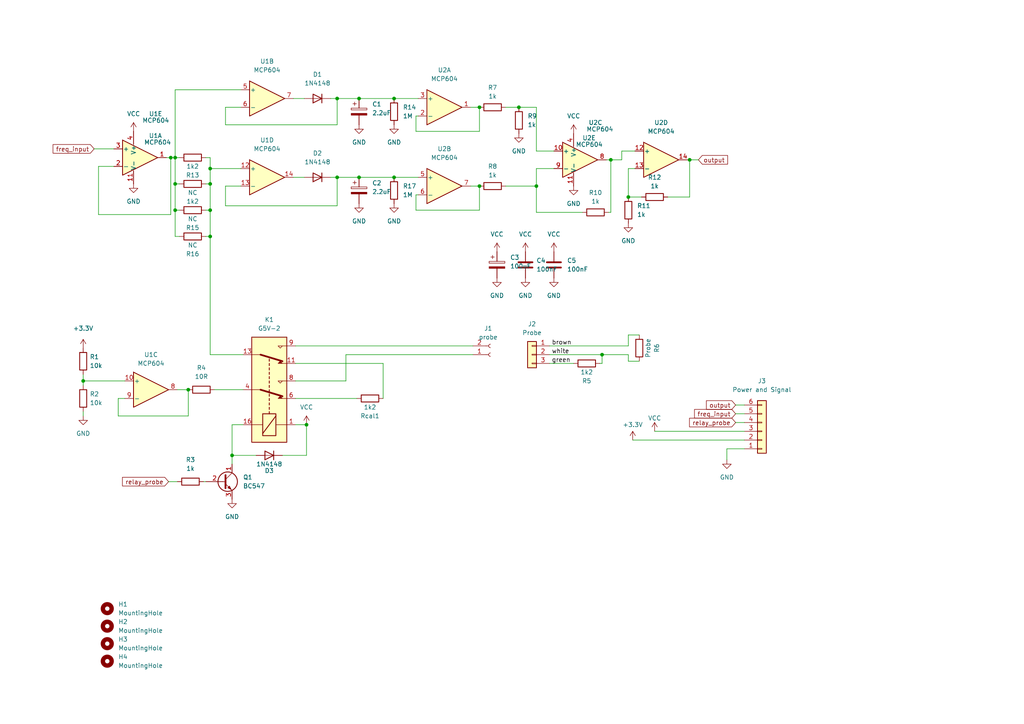
<source format=kicad_sch>
(kicad_sch (version 20211123) (generator eeschema)
  (paper "A4")
  (lib_symbols
    (symbol "Amplifier_Operational:MCP604" (pin_names (offset 0.127))
      (property "Reference" "U" (at 0 5.08 0))
      (property "Value" "MCP604" (at 0 -5.08 0))
      (symbol "MCP604_1_1"
        (polyline (pts (xy -5.08 5.08) (xy 5.08 0) (xy -5.08 -5.08) (xy -5.08 5.08)) (stroke (width 0.254)) (fill (type background)))
        (pin output line (at 7.62 0 180) (length 2.54) (name "~") (number "1"))
        (pin input line (at -7.62 -2.54 0) (length 2.54) (name "-") (number "2"))
        (pin input line (at -7.62 2.54 0) (length 2.54) (name "+") (number "3"))
      )
      (symbol "MCP604_2_1"
        (polyline (pts (xy -5.08 5.08) (xy 5.08 0) (xy -5.08 -5.08) (xy -5.08 5.08)) (stroke (width 0.254)) (fill (type background)))
        (pin input line (at -7.62 2.54 0) (length 2.54) (name "+") (number "5"))
        (pin input line (at -7.62 -2.54 0) (length 2.54) (name "-") (number "6"))
        (pin output line (at 7.62 0 180) (length 2.54) (name "~") (number "7"))
      )
      (symbol "MCP604_3_1"
        (polyline (pts (xy -5.08 5.08) (xy 5.08 0) (xy -5.08 -5.08) (xy -5.08 5.08)) (stroke (width 0.254)) (fill (type background)))
        (pin input line (at -7.62 2.54 0) (length 2.54) (name "+") (number "10"))
        (pin output line (at 7.62 0 180) (length 2.54) (name "~") (number "8"))
        (pin input line (at -7.62 -2.54 0) (length 2.54) (name "-") (number "9"))
      )
      (symbol "MCP604_4_1"
        (polyline (pts (xy -5.08 5.08) (xy 5.08 0) (xy -5.08 -5.08) (xy -5.08 5.08)) (stroke (width 0.254)) (fill (type background)))
        (pin input line (at -7.62 2.54 0) (length 2.54) (name "+") (number "12"))
        (pin input line (at -7.62 -2.54 0) (length 2.54) (name "-") (number "13"))
        (pin output line (at 7.62 0 180) (length 2.54) (name "~") (number "14"))
      )
      (symbol "MCP604_5_1"
        (pin power_in line (at -2.54 -7.62 90) (length 3.81) (name "V-") (number "11"))
        (pin power_in line (at -2.54 7.62 270) (length 3.81) (name "V+") (number "4"))
      )
    )
    (symbol "Connector:Conn_01x02_Female" (pin_names (offset 1.016) hide)
      (property "Reference" "J" (at 0 2.54 0))
      (property "Value" "Conn_01x02_Female" (at 0 -5.08 0))
      (symbol "Conn_01x02_Female_1_1"
        (arc (start 0 -2.032) (mid -0.508 -2.54) (end 0 -3.048) (stroke (width 0.1524)))
        (polyline (pts (xy -1.27 -2.54) (xy -0.508 -2.54)) (stroke (width 0.1524)))
        (polyline (pts (xy -1.27 0) (xy -0.508 0)) (stroke (width 0.1524)))
        (arc (start 0 0.508) (mid -0.508 0) (end 0 -0.508) (stroke (width 0.1524)))
        (pin passive line (at -5.08 0 0) (length 3.81) (name "Pin_1") (number "1"))
        (pin passive line (at -5.08 -2.54 0) (length 3.81) (name "Pin_2") (number "2"))
      )
    )
    (symbol "Connector_Generic:Conn_01x03" (pin_names (offset 1.016) hide)
      (property "Reference" "J" (at 0 5.08 0))
      (property "Value" "Conn_01x03" (at 0 -5.08 0))
      (symbol "Conn_01x03_1_1"
        (rectangle (start -1.27 -2.413) (end 0 -2.667) (stroke (width 0.1524)))
        (rectangle (start -1.27 0.127) (end 0 -0.127) (stroke (width 0.1524)))
        (rectangle (start -1.27 2.667) (end 0 2.413) (stroke (width 0.1524)))
        (rectangle (start -1.27 3.81) (end 1.27 -3.81) (stroke (width 0.254)) (fill (type background)))
        (pin passive line (at -5.08 2.54 0) (length 3.81) (name "Pin_1") (number "1"))
        (pin passive line (at -5.08 0 0) (length 3.81) (name "Pin_2") (number "2"))
        (pin passive line (at -5.08 -2.54 0) (length 3.81) (name "Pin_3") (number "3"))
      )
    )
    (symbol "Connector_Generic:Conn_01x06" (pin_names (offset 1.016) hide)
      (property "Reference" "J" (at 0 7.62 0))
      (property "Value" "Conn_01x06" (at 0 -10.16 0))
      (symbol "Conn_01x06_1_1"
        (rectangle (start -1.27 -7.493) (end 0 -7.747) (stroke (width 0.1524)))
        (rectangle (start -1.27 -4.953) (end 0 -5.207) (stroke (width 0.1524)))
        (rectangle (start -1.27 -2.413) (end 0 -2.667) (stroke (width 0.1524)))
        (rectangle (start -1.27 0.127) (end 0 -0.127) (stroke (width 0.1524)))
        (rectangle (start -1.27 2.667) (end 0 2.413) (stroke (width 0.1524)))
        (rectangle (start -1.27 5.207) (end 0 4.953) (stroke (width 0.1524)))
        (rectangle (start -1.27 6.35) (end 1.27 -8.89) (stroke (width 0.254)) (fill (type background)))
        (pin passive line (at -5.08 5.08 0) (length 3.81) (name "Pin_1") (number "1"))
        (pin passive line (at -5.08 2.54 0) (length 3.81) (name "Pin_2") (number "2"))
        (pin passive line (at -5.08 0 0) (length 3.81) (name "Pin_3") (number "3"))
        (pin passive line (at -5.08 -2.54 0) (length 3.81) (name "Pin_4") (number "4"))
        (pin passive line (at -5.08 -5.08 0) (length 3.81) (name "Pin_5") (number "5"))
        (pin passive line (at -5.08 -7.62 0) (length 3.81) (name "Pin_6") (number "6"))
      )
    )
    (symbol "Device:C" (pin_numbers hide) (pin_names (offset 0.254))
      (property "Reference" "C" (at 0.635 2.54 0))
      (property "Value" "C" (at 0.635 -2.54 0))
      (symbol "C_0_1"
        (polyline (pts (xy -2.032 -0.762) (xy 2.032 -0.762)) (stroke (width 0.508)))
        (polyline (pts (xy -2.032 0.762) (xy 2.032 0.762)) (stroke (width 0.508)))
      )
      (symbol "C_1_1"
        (pin passive line (at 0 3.81 270) (length 2.794) (name "~") (number "1"))
        (pin passive line (at 0 -3.81 90) (length 2.794) (name "~") (number "2"))
      )
    )
    (symbol "Device:C_Polarized" (pin_numbers hide) (pin_names (offset 0.254))
      (property "Reference" "C" (at 0.635 2.54 0))
      (property "Value" "C_Polarized" (at 0.635 -2.54 0))
      (symbol "C_Polarized_0_1"
        (rectangle (start -2.286 0.508) (end 2.286 1.016))
        (polyline (pts (xy -1.778 2.286) (xy -0.762 2.286)))
        (polyline (pts (xy -1.27 2.794) (xy -1.27 1.778)))
        (rectangle (start 2.286 -0.508) (end -2.286 -1.016) (fill (type outline)))
      )
      (symbol "C_Polarized_1_1"
        (pin passive line (at 0 3.81 270) (length 2.794) (name "~") (number "1"))
        (pin passive line (at 0 -3.81 90) (length 2.794) (name "~") (number "2"))
      )
    )
    (symbol "Device:R" (pin_numbers hide) (pin_names (offset 0))
      (property "Reference" "R" (at 2.032 0 90))
      (property "Value" "R" (at 0 0 90))
      (symbol "R_0_1"
        (rectangle (start -1.016 -2.54) (end 1.016 2.54) (stroke (width 0.254)))
      )
      (symbol "R_1_1"
        (pin passive line (at 0 3.81 270) (length 1.27) (name "~") (number "1"))
        (pin passive line (at 0 -3.81 90) (length 1.27) (name "~") (number "2"))
      )
    )
    (symbol "Diode:1N4148" (pin_numbers hide) (pin_names hide)
      (property "Reference" "D" (at 0 2.54 0))
      (property "Value" "1N4148" (at 0 -2.54 0))
      (symbol "1N4148_0_1"
        (polyline (pts (xy -1.27 1.27) (xy -1.27 -1.27)) (stroke (width 0.254)))
        (polyline (pts (xy 1.27 0) (xy -1.27 0)))
        (polyline (pts (xy 1.27 1.27) (xy 1.27 -1.27) (xy -1.27 0) (xy 1.27 1.27)) (stroke (width 0.254)))
      )
      (symbol "1N4148_1_1"
        (pin passive line (at -3.81 0 0) (length 2.54) (name "K") (number "1"))
        (pin passive line (at 3.81 0 180) (length 2.54) (name "A") (number "2"))
      )
    )
    (symbol "Mechanical:MountingHole" (pin_names (offset 1.016))
      (property "Reference" "H" (at 0 5.08 0))
      (property "Value" "MountingHole" (at 0 3.175 0))
      (symbol "MountingHole_0_1"
        (circle (center 0 0) (radius 1.27) (stroke (width 1.27)))
      )
    )
    (symbol "Relay:G5V-2"
      (property "Reference" "K" (at 16.51 3.81 0))
      (property "Value" "G5V-2" (at 16.51 1.27 0))
      (symbol "G5V-2_0_1"
        (rectangle (start -15.24 5.08) (end 15.24 -5.08) (stroke (width 0.254)) (fill (type background)))
        (rectangle (start -13.335 1.905) (end -6.985 -1.905) (stroke (width 0.254)))
        (polyline (pts (xy -12.7 -1.905) (xy -7.62 1.905)) (stroke (width 0.254)))
        (polyline (pts (xy -10.16 -5.08) (xy -10.16 -1.905)))
        (polyline (pts (xy -10.16 5.08) (xy -10.16 1.905)))
        (polyline (pts (xy -6.985 0) (xy -6.35 0)) (stroke (width 0.254)))
        (polyline (pts (xy -5.715 0) (xy -5.08 0)) (stroke (width 0.254)))
        (polyline (pts (xy -4.445 0) (xy -3.81 0)) (stroke (width 0.254)))
        (polyline (pts (xy -3.175 0) (xy -2.54 0)) (stroke (width 0.254)))
        (polyline (pts (xy -1.905 0) (xy -1.27 0)) (stroke (width 0.254)))
        (polyline (pts (xy -0.635 0) (xy 0 0)) (stroke (width 0.254)))
        (polyline (pts (xy 0 -2.54) (xy -1.905 3.81)) (stroke (width 0.508)))
        (polyline (pts (xy 0 -2.54) (xy 0 -5.08)))
        (polyline (pts (xy 0.635 0) (xy 1.27 0)) (stroke (width 0.254)))
        (polyline (pts (xy 1.905 0) (xy 2.54 0)) (stroke (width 0.254)))
        (polyline (pts (xy 3.175 0) (xy 3.81 0)) (stroke (width 0.254)))
        (polyline (pts (xy 4.445 0) (xy 5.08 0)) (stroke (width 0.254)))
        (polyline (pts (xy 5.715 0) (xy 6.35 0)) (stroke (width 0.254)))
        (polyline (pts (xy 6.985 0) (xy 7.62 0)) (stroke (width 0.254)))
        (polyline (pts (xy 8.255 0) (xy 8.89 0)) (stroke (width 0.254)))
        (polyline (pts (xy 10.16 -2.54) (xy 8.255 3.81)) (stroke (width 0.508)))
        (polyline (pts (xy 10.16 -2.54) (xy 10.16 -5.08)))
        (polyline (pts (xy -2.54 5.08) (xy -2.54 2.54) (xy -1.905 3.175) (xy -2.54 3.81)) (fill (type outline)))
        (polyline (pts (xy 2.54 5.08) (xy 2.54 2.54) (xy 1.905 3.175) (xy 2.54 3.81)))
        (polyline (pts (xy 7.62 5.08) (xy 7.62 2.54) (xy 8.255 3.175) (xy 7.62 3.81)) (fill (type outline)))
        (polyline (pts (xy 12.7 5.08) (xy 12.7 2.54) (xy 12.065 3.175) (xy 12.7 3.81)))
      )
      (symbol "G5V-2_1_1"
        (pin passive line (at -10.16 7.62 270) (length 2.54) (name "~") (number "1"))
        (pin passive line (at 7.62 7.62 270) (length 2.54) (name "~") (number "11"))
        (pin passive line (at 10.16 -7.62 90) (length 2.54) (name "~") (number "13"))
        (pin passive line (at -10.16 -7.62 90) (length 2.54) (name "~") (number "16"))
        (pin passive line (at 0 -7.62 90) (length 2.54) (name "~") (number "4"))
        (pin passive line (at -2.54 7.62 270) (length 2.54) (name "~") (number "6"))
        (pin passive line (at 2.54 7.62 270) (length 2.54) (name "~") (number "8"))
        (pin passive line (at 12.7 7.62 270) (length 2.54) (name "~") (number "9"))
      )
    )
    (symbol "Transistor_BJT:BC547" (pin_names (offset 0) hide)
      (property "Reference" "Q" (at 5.08 1.905 0))
      (property "Value" "BC547" (at 5.08 0 0))
      (symbol "BC547_0_1"
        (polyline (pts (xy 0 0) (xy 0.635 0)))
        (polyline (pts (xy 0.635 0.635) (xy 2.54 2.54)))
        (polyline (pts (xy 0.635 -0.635) (xy 2.54 -2.54) (xy 2.54 -2.54)))
        (polyline (pts (xy 0.635 1.905) (xy 0.635 -1.905) (xy 0.635 -1.905)) (stroke (width 0.508)))
        (polyline (pts (xy 1.27 -1.778) (xy 1.778 -1.27) (xy 2.286 -2.286) (xy 1.27 -1.778) (xy 1.27 -1.778)) (fill (type outline)))
        (circle (center 1.27 0) (radius 2.8194) (stroke (width 0.254)))
      )
      (symbol "BC547_1_1"
        (pin passive line (at 2.54 5.08 270) (length 2.54) (name "C") (number "1"))
        (pin input line (at -5.08 0 0) (length 5.08) (name "B") (number "2"))
        (pin passive line (at 2.54 -5.08 90) (length 2.54) (name "E") (number "3"))
      )
    )
    (symbol "power:+3.3V" (power) (pin_names (offset 0))
      (property "Value" "+3.3V" (at 0 3.556 0))
      (symbol "+3.3V_0_1"
        (polyline (pts (xy -0.762 1.27) (xy 0 2.54)))
        (polyline (pts (xy 0 0) (xy 0 2.54)))
        (polyline (pts (xy 0 2.54) (xy 0.762 1.27)))
      )
      (symbol "+3.3V_1_1"
        (pin power_in line (at 0 0 90) (length 0) hide (name "+3.3V") (number "1"))
      )
    )
    (symbol "power:GND" (power) (pin_names (offset 0))
      (property "Value" "GND" (at 0 -3.81 0))
      (symbol "GND_0_1"
        (polyline (pts (xy 0 0) (xy 0 -1.27) (xy 1.27 -1.27) (xy 0 -2.54) (xy -1.27 -1.27) (xy 0 -1.27)))
      )
      (symbol "GND_1_1"
        (pin power_in line (at 0 0 270) (length 0) hide (name "GND") (number "1"))
      )
    )
    (symbol "power:VCC" (power) (pin_names (offset 0))
      (property "Value" "VCC" (at 0 3.81 0))
      (symbol "VCC_0_1"
        (polyline (pts (xy -0.762 1.27) (xy 0 2.54)))
        (polyline (pts (xy 0 0) (xy 0 2.54)))
        (polyline (pts (xy 0 2.54) (xy 0.762 1.27)))
      )
      (symbol "VCC_1_1"
        (pin power_in line (at 0 0 90) (length 0) hide (name "VCC") (number "1"))
      )
    )
  )
  (junction (at 182.245 57.15))
  (junction (at 67.31 132.08))
  (junction (at 50.8 45.72))
  (junction (at 50.8 53.34))
  (junction (at 97.79 51.435))
  (junction (at 177.165 46.355))
  (junction (at 150.495 31.115))
  (junction (at 174.625 102.87))
  (junction (at 60.96 48.895))
  (junction (at 60.96 53.34))
  (junction (at 139.065 53.975))
  (junction (at 60.96 60.96))
  (junction (at 50.8 60.96))
  (junction (at 49.53 45.72))
  (junction (at 24.13 110.49))
  (junction (at 114.3 51.435))
  (junction (at 54.61 113.03))
  (junction (at 104.14 51.435))
  (junction (at 97.79 28.575))
  (junction (at 88.9 123.19))
  (junction (at 200.025 46.355))
  (junction (at 155.575 53.975))
  (junction (at 139.065 31.115))
  (junction (at 104.14 28.575))
  (junction (at 114.3 28.575))
  (junction (at 60.96 68.58))
  (wire (pts (xy 70.485 102.87) (xy 60.96 102.87)))
  (wire (pts (xy 174.625 105.41) (xy 173.99 105.41)))
  (wire (pts (xy 50.8 53.34) (xy 50.8 45.72)))
  (wire (pts (xy 100.33 102.87) (xy 100.33 110.49)))
  (wire (pts (xy 139.065 38.1) (xy 120.65 38.1)))
  (wire (pts (xy 180.34 43.815) (xy 184.15 43.815)))
  (wire (pts (xy 200.025 46.355) (xy 199.39 46.355)))
  (wire (pts (xy 168.91 61.595) (xy 155.575 61.595)))
  (wire (pts (xy 177.165 46.355) (xy 175.895 46.355)))
  (wire (pts (xy 34.29 120.65) (xy 34.29 115.57)))
  (wire (pts (xy 120.65 60.96) (xy 120.65 56.515)))
  (wire (pts (xy 67.31 123.19) (xy 70.485 123.19)))
  (wire (pts (xy 88.9 123.19) (xy 88.9 132.08)))
  (wire (pts (xy 97.79 36.195) (xy 97.79 28.575)))
  (wire (pts (xy 114.3 51.435) (xy 121.285 51.435)))
  (wire (pts (xy 189.865 125.095) (xy 215.9 125.095)))
  (wire (pts (xy 146.685 31.115) (xy 150.495 31.115)))
  (wire (pts (xy 177.165 46.355) (xy 180.34 46.355)))
  (wire (pts (xy 150.495 31.115) (xy 155.575 31.115)))
  (wire (pts (xy 50.8 26.035) (xy 69.85 26.035)))
  (wire (pts (xy 180.34 46.355) (xy 180.34 43.815)))
  (wire (pts (xy 120.65 33.655) (xy 121.285 33.655)))
  (wire (pts (xy 59.69 53.34) (xy 60.96 53.34)))
  (wire (pts (xy 139.065 31.115) (xy 139.065 38.1)))
  (wire (pts (xy 48.26 45.72) (xy 49.53 45.72)))
  (wire (pts (xy 85.09 51.435) (xy 88.265 51.435)))
  (wire (pts (xy 182.245 48.895) (xy 182.245 57.15)))
  (wire (pts (xy 182.245 104.775) (xy 185.42 104.775)))
  (wire (pts (xy 49.53 62.23) (xy 28.575 62.23)))
  (wire (pts (xy 159.385 105.41) (xy 166.37 105.41)))
  (wire (pts (xy 174.625 102.87) (xy 174.625 105.41)))
  (wire (pts (xy 155.575 48.895) (xy 160.655 48.895)))
  (wire (pts (xy 146.685 53.975) (xy 155.575 53.975)))
  (wire (pts (xy 50.8 68.58) (xy 50.8 60.96)))
  (wire (pts (xy 97.79 51.435) (xy 104.14 51.435)))
  (wire (pts (xy 34.29 115.57) (xy 36.195 115.57)))
  (wire (pts (xy 215.9 130.175) (xy 210.82 130.175)))
  (wire (pts (xy 48.895 139.7) (xy 51.435 139.7)))
  (wire (pts (xy 54.61 113.03) (xy 54.61 120.65)))
  (wire (pts (xy 60.96 60.96) (xy 60.96 68.58)))
  (wire (pts (xy 59.69 68.58) (xy 60.96 68.58)))
  (wire (pts (xy 182.245 57.15) (xy 186.055 57.15)))
  (wire (pts (xy 85.725 100.33) (xy 137.16 100.33)))
  (wire (pts (xy 97.79 59.69) (xy 65.405 59.69)))
  (wire (pts (xy 97.79 28.575) (xy 95.885 28.575)))
  (wire (pts (xy 85.09 28.575) (xy 88.265 28.575)))
  (wire (pts (xy 28.575 62.23) (xy 28.575 48.26)))
  (wire (pts (xy 49.53 45.72) (xy 49.53 62.23)))
  (wire (pts (xy 28.575 48.26) (xy 33.02 48.26)))
  (wire (pts (xy 120.65 38.1) (xy 120.65 33.655)))
  (wire (pts (xy 139.065 60.96) (xy 120.65 60.96)))
  (wire (pts (xy 60.96 53.34) (xy 60.96 60.96)))
  (wire (pts (xy 59.69 60.96) (xy 60.96 60.96)))
  (wire (pts (xy 50.8 45.72) (xy 52.07 45.72)))
  (wire (pts (xy 65.405 31.115) (xy 65.405 36.195)))
  (wire (pts (xy 182.245 97.155) (xy 182.245 100.33)))
  (wire (pts (xy 97.79 28.575) (xy 104.14 28.575)))
  (wire (pts (xy 65.405 59.69) (xy 65.405 53.975)))
  (wire (pts (xy 69.85 48.895) (xy 60.96 48.895)))
  (wire (pts (xy 174.625 102.87) (xy 182.245 102.87)))
  (wire (pts (xy 182.245 102.87) (xy 182.245 104.775)))
  (wire (pts (xy 24.13 110.49) (xy 36.195 110.49)))
  (wire (pts (xy 159.385 100.33) (xy 182.245 100.33)))
  (wire (pts (xy 213.36 120.015) (xy 215.9 120.015)))
  (wire (pts (xy 62.23 113.03) (xy 70.485 113.03)))
  (wire (pts (xy 67.31 132.08) (xy 74.295 132.08)))
  (wire (pts (xy 52.07 53.34) (xy 50.8 53.34)))
  (wire (pts (xy 184.15 48.895) (xy 182.245 48.895)))
  (wire (pts (xy 50.8 60.96) (xy 50.8 53.34)))
  (wire (pts (xy 88.9 132.08) (xy 81.915 132.08)))
  (wire (pts (xy 210.82 130.175) (xy 210.82 133.35)))
  (wire (pts (xy 213.36 122.555) (xy 215.9 122.555)))
  (wire (pts (xy 59.055 139.7) (xy 59.69 139.7)))
  (wire (pts (xy 69.85 31.115) (xy 65.405 31.115)))
  (wire (pts (xy 213.36 117.475) (xy 215.9 117.475)))
  (wire (pts (xy 24.13 110.49) (xy 24.13 111.76)))
  (wire (pts (xy 60.96 48.895) (xy 60.96 53.34)))
  (wire (pts (xy 136.525 53.975) (xy 139.065 53.975)))
  (wire (pts (xy 177.165 61.595) (xy 177.165 46.355)))
  (wire (pts (xy 65.405 53.975) (xy 69.85 53.975)))
  (wire (pts (xy 59.69 45.72) (xy 60.96 45.72)))
  (wire (pts (xy 155.575 61.595) (xy 155.575 53.975)))
  (wire (pts (xy 200.025 46.355) (xy 202.565 46.355)))
  (wire (pts (xy 50.8 45.72) (xy 50.8 26.035)))
  (wire (pts (xy 139.065 53.975) (xy 139.065 60.96)))
  (wire (pts (xy 67.31 132.08) (xy 67.31 123.19)))
  (wire (pts (xy 49.53 45.72) (xy 50.8 45.72)))
  (wire (pts (xy 185.42 97.155) (xy 182.245 97.155)))
  (wire (pts (xy 24.13 108.585) (xy 24.13 110.49)))
  (wire (pts (xy 60.96 45.72) (xy 60.96 48.895)))
  (wire (pts (xy 54.61 120.65) (xy 34.29 120.65)))
  (wire (pts (xy 85.725 123.19) (xy 88.9 123.19)))
  (wire (pts (xy 159.385 102.87) (xy 174.625 102.87)))
  (wire (pts (xy 97.79 51.435) (xy 97.79 59.69)))
  (wire (pts (xy 111.125 105.41) (xy 111.125 115.57)))
  (wire (pts (xy 120.65 56.515) (xy 121.285 56.515)))
  (wire (pts (xy 52.07 60.96) (xy 50.8 60.96)))
  (wire (pts (xy 24.13 119.38) (xy 24.13 120.65)))
  (wire (pts (xy 193.675 57.15) (xy 200.025 57.15)))
  (wire (pts (xy 137.16 102.87) (xy 100.33 102.87)))
  (wire (pts (xy 95.885 51.435) (xy 97.79 51.435)))
  (wire (pts (xy 100.33 110.49) (xy 85.725 110.49)))
  (wire (pts (xy 155.575 43.815) (xy 160.655 43.815)))
  (wire (pts (xy 183.515 127.635) (xy 215.9 127.635)))
  (wire (pts (xy 155.575 31.115) (xy 155.575 43.815)))
  (wire (pts (xy 85.725 105.41) (xy 111.125 105.41)))
  (wire (pts (xy 52.07 68.58) (xy 50.8 68.58)))
  (wire (pts (xy 155.575 53.975) (xy 155.575 48.895)))
  (wire (pts (xy 60.96 68.58) (xy 60.96 102.87)))
  (wire (pts (xy 114.3 28.575) (xy 121.285 28.575)))
  (wire (pts (xy 104.14 51.435) (xy 114.3 51.435)))
  (wire (pts (xy 103.505 115.57) (xy 85.725 115.57)))
  (wire (pts (xy 200.025 57.15) (xy 200.025 46.355)))
  (wire (pts (xy 176.53 61.595) (xy 177.165 61.595)))
  (wire (pts (xy 136.525 31.115) (xy 139.065 31.115)))
  (wire (pts (xy 51.435 113.03) (xy 54.61 113.03)))
  (wire (pts (xy 65.405 36.195) (xy 97.79 36.195)))
  (wire (pts (xy 67.31 134.62) (xy 67.31 132.08)))
  (wire (pts (xy 27.305 43.18) (xy 33.02 43.18)))
  (wire (pts (xy 104.14 28.575) (xy 114.3 28.575)))
  (label "green" (at 160.02 105.41 0))
  (label "brown" (at 160.02 100.33 0))
  (label "white" (at 160.02 102.87 0))
  (global_label "freq_input" (shape input) (at 27.305 43.18 180) (property "Intersheet References" "${INTERSHEET_REFS}" (effects hide)))
  (global_label "output" (shape input) (at 213.36 117.475 180) (property "Intersheet References" "${INTERSHEET_REFS}" (effects hide)))
  (global_label "relay_probe" (shape input) (at 48.895 139.7 180) (property "Intersheet References" "${INTERSHEET_REFS}" (effects hide)))
  (global_label "relay_probe" (shape input) (at 213.36 122.555 180) (property "Intersheet References" "${INTERSHEET_REFS}" (effects hide)))
  (global_label "output" (shape input) (at 202.565 46.355 0) (property "Intersheet References" "${INTERSHEET_REFS}" (effects hide)))
  (global_label "freq_input" (shape input) (at 213.36 120.015 180) (property "Intersheet References" "${INTERSHEET_REFS}" (effects hide)))
  (symbol (lib_id "Amplifier_Operational:MCP604") (at 43.815 113.03 0) (unit 3)
    (property "Reference" "U1" (at 43.815 102.87 0))
    (property "Value" "MCP604" (at 43.815 105.41 0))
    (property "Footprint" "Package_DIP:DIP-14_W7.62mm_Socket_LongPads" (effects hide))
    (property "Datasheet" "http://ww1.microchip.com/downloads/en/DeviceDoc/21314g.pdf" (effects hide))
  )
  (symbol (lib_id "power:VCC") (at 144.145 73.025 0) (unit 1)
    (property "Reference" "#PWR013" (effects hide))
    (property "Value" "VCC" (at 144.145 67.945 0))
  )
  (symbol (lib_id "power:GND") (at 150.495 38.735 0) (unit 1)
    (property "Reference" "#PWR0103" (effects hide))
    (property "Value" "GND" (at 150.495 43.815 0))
  )
  (symbol (lib_id "power:GND") (at 24.13 120.65 0) (unit 1)
    (property "Reference" "#PWR02" (effects hide))
    (property "Value" "GND" (at 24.13 125.73 0))
  )
  (symbol (lib_id "power:GND") (at 114.3 59.055 0) (unit 1)
    (property "Reference" "#PWR0102" (effects hide))
    (property "Value" "GND" (at 114.3 64.135 0))
  )
  (symbol (lib_id "Device:C_Polarized") (at 104.14 32.385 0) (unit 1)
    (property "Reference" "C1" (at 107.95 30.2259 0) (effects (justify left)))
    (property "Value" "2.2uF" (at 107.95 32.7659 0) (effects (justify left)))
    (property "Footprint" "Capacitor_THT:CP_Radial_D5.0mm_P2.50mm" (effects hide))
  )
  (symbol (lib_id "Amplifier_Operational:MCP604") (at 77.47 51.435 0) (unit 4)
    (property "Reference" "U1" (at 77.47 40.64 0))
    (property "Value" "MCP604" (at 77.47 43.18 0))
    (property "Footprint" "Package_DIP:DIP-14_W7.62mm_Socket_LongPads" (effects hide))
    (property "Datasheet" "http://ww1.microchip.com/downloads/en/DeviceDoc/21314g.pdf" (effects hide))
  )
  (symbol (lib_id "power:GND") (at 166.37 53.975 0) (unit 1)
    (property "Reference" "#PWR09" (effects hide))
    (property "Value" "GND" (at 166.37 59.055 0))
  )
  (symbol (lib_id "power:GND") (at 104.14 59.055 0) (unit 1)
    (property "Reference" "#PWR06" (effects hide))
    (property "Value" "GND" (at 104.14 64.135 0))
  )
  (symbol (lib_id "Diode:1N4148") (at 92.075 51.435 180) (unit 1)
    (property "Reference" "D2" (at 92.075 44.45 0))
    (property "Value" "1N4148" (at 92.075 46.99 0))
    (property "Footprint" "Diode_THT:D_DO-35_SOD27_P7.62mm_Horizontal" (effects hide))
    (property "Datasheet" "https://assets.nexperia.com/documents/data-sheet/1N4148_1N4448.pdf" (effects hide))
  )
  (symbol (lib_id "Mechanical:MountingHole") (at 31.115 181.61 0) (unit 1)
    (property "Reference" "H2" (at 34.29 180.3399 0) (effects (justify left)))
    (property "Value" "MountingHole" (at 34.29 182.8799 0) (effects (justify left)))
    (property "Footprint" "MountingHole:MountingHole_3.2mm_M3" (effects hide))
  )
  (symbol (lib_id "Device:R") (at 185.42 100.965 180) (unit 1) (in_bom no) (on_board no)
    (property "Reference" "R6" (at 190.5 100.965 90))
    (property "Value" "Probe" (at 187.96 100.965 90))
  )
  (symbol (lib_id "Amplifier_Operational:MCP604") (at 168.275 46.355 0) (unit 3)
    (property "Reference" "U2" (at 172.72 35.56 0))
    (property "Value" "MCP604" (at 173.99 37.465 0))
    (property "Footprint" "Package_DIP:DIP-14_W7.62mm_Socket_LongPads" (effects hide))
    (property "Datasheet" "http://ww1.microchip.com/downloads/en/DeviceDoc/21314g.pdf" (effects hide))
  )
  (symbol (lib_id "Device:R") (at 55.245 139.7 90) (unit 1)
    (property "Reference" "R3" (at 55.245 133.35 90))
    (property "Value" "1k" (at 55.245 135.89 90))
    (property "Footprint" "Resistor_THT:R_Axial_DIN0207_L6.3mm_D2.5mm_P10.16mm_Horizontal" (effects hide))
  )
  (symbol (lib_id "Device:R") (at 107.315 115.57 90) (unit 1)
    (property "Reference" "Rcal1" (at 107.315 120.65 90))
    (property "Value" "1k2" (at 107.315 118.11 90))
    (property "Footprint" "Resistor_THT:R_Axial_DIN0207_L6.3mm_D2.5mm_P10.16mm_Horizontal" (effects hide))
  )
  (symbol (lib_id "Device:R") (at 142.875 53.975 90) (unit 1)
    (property "Reference" "R8" (at 142.875 48.26 90))
    (property "Value" "1k" (at 142.875 50.8 90))
    (property "Footprint" "Resistor_THT:R_Axial_DIN0207_L6.3mm_D2.5mm_P10.16mm_Horizontal" (effects hide))
  )
  (symbol (lib_id "Amplifier_Operational:MCP604") (at 40.64 45.72 0) (unit 1)
    (property "Reference" "U1" (at 45.085 39.37 0))
    (property "Value" "MCP604" (at 45.72 41.275 0))
    (property "Footprint" "Package_DIP:DIP-14_W7.62mm_Socket_LongPads" (effects hide))
    (property "Datasheet" "http://ww1.microchip.com/downloads/en/DeviceDoc/21314g.pdf" (effects hide))
  )
  (symbol (lib_id "Connector:Conn_01x02_Female") (at 142.24 102.87 0) (mirror x) (unit 1)
    (property "Reference" "J1" (at 141.605 95.25 0))
    (property "Value" "probe" (at 141.605 97.79 0))
    (property "Footprint" "TerminalBlock:TerminalBlock_bornier-2_P5.08mm" (effects hide))
  )
  (symbol (lib_id "power:+3.3V") (at 24.13 100.965 0) (unit 1)
    (property "Reference" "#PWR01" (effects hide))
    (property "Value" "+3.3V" (at 24.13 95.25 0))
  )
  (symbol (lib_id "power:GND") (at 160.655 80.645 0) (unit 1)
    (property "Reference" "#PWR018" (effects hide))
    (property "Value" "GND" (at 160.655 85.725 0))
  )
  (symbol (lib_id "Connector_Generic:Conn_01x03") (at 154.305 102.87 0) (mirror y) (unit 1) (in_bom no) (on_board no)
    (property "Reference" "J2" (at 154.305 93.98 0))
    (property "Value" "Probe" (at 154.305 96.52 0))
  )
  (symbol (lib_id "Device:C") (at 160.655 76.835 0) (unit 1)
    (property "Reference" "C5" (at 164.465 75.5649 0) (effects (justify left)))
    (property "Value" "100nF" (at 164.465 78.1049 0) (effects (justify left)))
    (property "Footprint" "Capacitor_THT:C_Disc_D3.0mm_W2.0mm_P2.50mm" (effects hide))
  )
  (symbol (lib_id "Diode:1N4148") (at 92.075 28.575 180) (unit 1)
    (property "Reference" "D1" (at 92.075 21.59 0))
    (property "Value" "1N4148" (at 92.075 24.13 0))
    (property "Footprint" "Diode_THT:D_DO-35_SOD27_P7.62mm_Horizontal" (effects hide))
    (property "Datasheet" "https://assets.nexperia.com/documents/data-sheet/1N4148_1N4448.pdf" (effects hide))
  )
  (symbol (lib_id "power:VCC") (at 38.735 38.1 0) (unit 1)
    (property "Reference" "#PWR03" (effects hide))
    (property "Value" "VCC" (at 38.735 33.02 0))
  )
  (symbol (lib_id "Transistor_BJT:BC547") (at 64.77 139.7 0) (unit 1)
    (property "Reference" "Q1" (at 70.485 138.4299 0) (effects (justify left)))
    (property "Value" "BC547" (at 70.485 140.9699 0) (effects (justify left)))
    (property "Footprint" "Package_TO_SOT_THT:TO-92_HandSolder" (effects hide))
    (property "Datasheet" "https://www.onsemi.com/pub/Collateral/BC550-D.pdf" (effects hide))
  )
  (symbol (lib_id "power:VCC") (at 166.37 38.735 0) (unit 1)
    (property "Reference" "#PWR08" (effects hide))
    (property "Value" "VCC" (at 166.37 33.655 0))
  )
  (symbol (lib_id "Relay:G5V-2") (at 78.105 113.03 270) (mirror x) (unit 1)
    (property "Reference" "K1" (at 78.105 92.71 90))
    (property "Value" "G5V-2" (at 78.105 95.25 90))
    (property "Footprint" "Relay_THT:Relay_DPDT_Omron_G5V-2" (effects hide))
    (property "Datasheet" "http://omronfs.omron.com/en_US/ecb/products/pdf/en-g5v_2.pdf" (effects hide))
  )
  (symbol (lib_id "Mechanical:MountingHole") (at 31.115 191.77 0) (unit 1)
    (property "Reference" "H4" (at 34.29 190.4999 0) (effects (justify left)))
    (property "Value" "MountingHole" (at 34.29 193.0399 0) (effects (justify left)))
    (property "Footprint" "MountingHole:MountingHole_3.2mm_M3" (effects hide))
  )
  (symbol (lib_id "power:+3.3V") (at 183.515 127.635 0) (unit 1)
    (property "Reference" "#PWR019" (effects hide))
    (property "Value" "+3.3V" (at 183.515 123.19 0))
  )
  (symbol (lib_id "Device:C") (at 152.4 76.835 0) (unit 1)
    (property "Reference" "C4" (at 155.575 75.5649 0) (effects (justify left)))
    (property "Value" "100nF" (at 155.575 78.1049 0) (effects (justify left)))
    (property "Footprint" "Capacitor_THT:C_Disc_D3.0mm_W2.0mm_P2.50mm" (effects hide))
  )
  (symbol (lib_id "Device:R") (at 189.865 57.15 90) (unit 1)
    (property "Reference" "R12" (at 189.865 51.435 90))
    (property "Value" "1k" (at 189.865 53.975 90))
    (property "Footprint" "Resistor_THT:R_Axial_DIN0207_L6.3mm_D2.5mm_P2.54mm_Vertical" (effects hide))
  )
  (symbol (lib_id "power:GND") (at 210.82 133.35 0) (unit 1)
    (property "Reference" "#PWR021" (effects hide))
    (property "Value" "GND" (at 210.82 138.43 0))
  )
  (symbol (lib_id "power:GND") (at 114.3 36.195 0) (unit 1)
    (property "Reference" "#PWR0101" (effects hide))
    (property "Value" "GND" (at 114.3 41.275 0))
  )
  (symbol (lib_id "Amplifier_Operational:MCP604") (at 128.905 53.975 0) (unit 2)
    (property "Reference" "U2" (at 128.905 43.18 0))
    (property "Value" "MCP604" (at 128.905 45.72 0))
    (property "Footprint" "Package_DIP:DIP-14_W7.62mm_Socket_LongPads" (effects hide))
    (property "Datasheet" "http://ww1.microchip.com/downloads/en/DeviceDoc/21314g.pdf" (effects hide))
  )
  (symbol (lib_id "power:GND") (at 38.735 53.34 0) (unit 1)
    (property "Reference" "#PWR04" (effects hide))
    (property "Value" "GND" (at 38.735 58.42 0))
  )
  (symbol (lib_id "Diode:1N4148") (at 78.105 132.08 180) (unit 1)
    (property "Reference" "D3" (at 78.105 136.525 0))
    (property "Value" "1N4148" (at 78.105 134.62 0))
    (property "Footprint" "Diode_THT:D_DO-35_SOD27_P7.62mm_Horizontal" (effects hide))
    (property "Datasheet" "https://assets.nexperia.com/documents/data-sheet/1N4148_1N4448.pdf" (effects hide))
  )
  (symbol (lib_id "Device:R") (at 182.245 60.96 180) (unit 1)
    (property "Reference" "R11" (at 184.785 59.6899 0) (effects (justify right)))
    (property "Value" "1k" (at 184.785 62.2299 0) (effects (justify right)))
    (property "Footprint" "Resistor_THT:R_Axial_DIN0207_L6.3mm_D2.5mm_P10.16mm_Horizontal" (effects hide))
  )
  (symbol (lib_id "power:VCC") (at 189.865 125.095 0) (unit 1)
    (property "Reference" "#PWR020" (effects hide))
    (property "Value" "VCC" (at 189.865 121.285 0))
  )
  (symbol (lib_id "Device:R") (at 24.13 104.775 180) (unit 1)
    (property "Reference" "R1" (at 26.035 103.5049 0) (effects (justify right)))
    (property "Value" "10k" (at 26.035 106.0449 0) (effects (justify right)))
    (property "Footprint" "Resistor_THT:R_Axial_DIN0207_L6.3mm_D2.5mm_P10.16mm_Horizontal" (effects hide))
  )
  (symbol (lib_id "Device:C_Polarized") (at 144.145 76.835 0) (unit 1)
    (property "Reference" "C3" (at 147.955 74.6759 0) (effects (justify left)))
    (property "Value" "100uF" (at 147.955 77.2159 0) (effects (justify left)))
    (property "Footprint" "Capacitor_THT:CP_Radial_D10.0mm_P5.00mm" (effects hide))
  )
  (symbol (lib_id "Device:R") (at 55.88 53.34 90) (unit 1)
    (property "Reference" "1k2" (at 55.88 58.42 90))
    (property "Value" "NC" (at 55.88 55.88 90))
    (property "Footprint" "Resistor_THT:R_Axial_DIN0207_L6.3mm_D2.5mm_P10.16mm_Horizontal" (effects hide))
  )
  (symbol (lib_id "Device:R") (at 114.3 32.385 180) (unit 1)
    (property "Reference" "R14" (at 116.84 31.1149 0) (effects (justify right)))
    (property "Value" "1M" (at 116.84 33.6549 0) (effects (justify right)))
    (property "Footprint" "Resistor_THT:R_Axial_DIN0207_L6.3mm_D2.5mm_P2.54mm_Vertical" (effects hide))
  )
  (symbol (lib_id "Device:R") (at 55.88 45.72 90) (unit 1)
    (property "Reference" "R13" (at 55.88 50.8 90))
    (property "Value" "1k2" (at 55.88 48.26 90))
    (property "Footprint" "Resistor_THT:R_Axial_DIN0207_L6.3mm_D2.5mm_P10.16mm_Horizontal" (effects hide))
  )
  (symbol (lib_id "Device:R") (at 170.18 105.41 90) (unit 1) (in_bom no) (on_board no)
    (property "Reference" "R5" (at 170.18 110.49 90))
    (property "Value" "1k2" (at 170.18 107.95 90))
  )
  (symbol (lib_id "Device:R") (at 55.88 68.58 90) (unit 1)
    (property "Reference" "R16" (at 55.88 73.66 90))
    (property "Value" "NC" (at 55.88 71.12 90))
    (property "Footprint" "Resistor_THT:R_Axial_DIN0207_L6.3mm_D2.5mm_P10.16mm_Horizontal" (effects hide))
  )
  (symbol (lib_id "power:GND") (at 67.31 144.78 0) (unit 1)
    (property "Reference" "#PWR011" (effects hide))
    (property "Value" "GND" (at 67.31 149.86 0))
  )
  (symbol (lib_id "Device:R") (at 142.875 31.115 90) (unit 1)
    (property "Reference" "R7" (at 142.875 25.4 90))
    (property "Value" "1k" (at 142.875 27.94 90))
    (property "Footprint" "Resistor_THT:R_Axial_DIN0207_L6.3mm_D2.5mm_P10.16mm_Horizontal" (effects hide))
  )
  (symbol (lib_id "power:VCC") (at 152.4 73.025 0) (unit 1)
    (property "Reference" "#PWR015" (effects hide))
    (property "Value" "VCC" (at 152.4 67.945 0))
  )
  (symbol (lib_id "Mechanical:MountingHole") (at 31.115 186.69 0) (unit 1)
    (property "Reference" "H3" (at 34.29 185.4199 0) (effects (justify left)))
    (property "Value" "MountingHole" (at 34.29 187.9599 0) (effects (justify left)))
    (property "Footprint" "MountingHole:MountingHole_3.2mm_M3" (effects hide))
  )
  (symbol (lib_id "Device:R") (at 114.3 55.245 180) (unit 1)
    (property "Reference" "R17" (at 116.84 53.9749 0) (effects (justify right)))
    (property "Value" "1M" (at 116.84 56.5149 0) (effects (justify right)))
    (property "Footprint" "Resistor_THT:R_Axial_DIN0207_L6.3mm_D2.5mm_P2.54mm_Vertical" (effects hide))
  )
  (symbol (lib_id "Device:R") (at 55.88 60.96 90) (unit 1)
    (property "Reference" "R15" (at 55.88 66.04 90))
    (property "Value" "NC" (at 55.88 63.5 90))
    (property "Footprint" "Resistor_THT:R_Axial_DIN0207_L6.3mm_D2.5mm_P10.16mm_Horizontal" (effects hide))
  )
  (symbol (lib_id "Amplifier_Operational:MCP604") (at 168.91 46.355 0) (unit 5)
    (property "Reference" "U2" (at 168.91 40.005 0) (effects (justify left)))
    (property "Value" "MCP604" (at 167.005 41.91 0) (effects (justify left)))
    (property "Footprint" "Package_DIP:DIP-14_W7.62mm_Socket_LongPads" (effects hide))
    (property "Datasheet" "http://ww1.microchip.com/downloads/en/DeviceDoc/21314g.pdf" (effects hide))
  )
  (symbol (lib_id "Amplifier_Operational:MCP604") (at 128.905 31.115 0) (unit 1)
    (property "Reference" "U2" (at 128.905 20.32 0))
    (property "Value" "MCP604" (at 128.905 22.86 0))
    (property "Footprint" "Package_DIP:DIP-14_W7.62mm_Socket_LongPads" (effects hide))
    (property "Datasheet" "http://ww1.microchip.com/downloads/en/DeviceDoc/21314g.pdf" (effects hide))
  )
  (symbol (lib_id "Amplifier_Operational:MCP604") (at 77.47 28.575 0) (unit 2)
    (property "Reference" "U1" (at 77.47 17.78 0))
    (property "Value" "MCP604" (at 77.47 20.32 0))
    (property "Footprint" "Package_DIP:DIP-14_W7.62mm_Socket_LongPads" (effects hide))
    (property "Datasheet" "http://ww1.microchip.com/downloads/en/DeviceDoc/21314g.pdf" (effects hide))
  )
  (symbol (lib_id "power:GND") (at 104.14 36.195 0) (unit 1)
    (property "Reference" "#PWR05" (effects hide))
    (property "Value" "GND" (at 104.14 41.275 0))
  )
  (symbol (lib_id "power:GND") (at 152.4 80.645 0) (unit 1)
    (property "Reference" "#PWR016" (effects hide))
    (property "Value" "GND" (at 152.4 85.725 0))
  )
  (symbol (lib_id "power:VCC") (at 160.655 73.025 0) (unit 1)
    (property "Reference" "#PWR017" (effects hide))
    (property "Value" "VCC" (at 160.655 67.945 0))
  )
  (symbol (lib_id "Mechanical:MountingHole") (at 31.115 176.53 0) (unit 1)
    (property "Reference" "H1" (at 34.29 175.2599 0) (effects (justify left)))
    (property "Value" "MountingHole" (at 34.29 177.7999 0) (effects (justify left)))
    (property "Footprint" "MountingHole:MountingHole_3.2mm_M3" (effects hide))
  )
  (symbol (lib_id "Device:R") (at 172.72 61.595 90) (unit 1)
    (property "Reference" "R10" (at 172.72 55.88 90))
    (property "Value" "1k" (at 172.72 58.42 90))
    (property "Footprint" "Resistor_THT:R_Axial_DIN0207_L6.3mm_D2.5mm_P2.54mm_Vertical" (effects hide))
  )
  (symbol (lib_id "Device:R") (at 58.42 113.03 90) (unit 1)
    (property "Reference" "R4" (at 58.42 106.68 90))
    (property "Value" "10R" (at 58.42 109.22 90))
    (property "Footprint" "Resistor_THT:R_Axial_DIN0207_L6.3mm_D2.5mm_P10.16mm_Horizontal" (effects hide))
  )
  (symbol (lib_id "Amplifier_Operational:MCP604") (at 41.275 45.72 0) (unit 5)
    (property "Reference" "U1" (at 43.18 33.02 0) (effects (justify left)))
    (property "Value" "MCP604" (at 41.275 34.925 0) (effects (justify left)))
    (property "Footprint" "Package_DIP:DIP-14_W7.62mm_Socket_LongPads" (effects hide))
    (property "Datasheet" "http://ww1.microchip.com/downloads/en/DeviceDoc/21314g.pdf" (effects hide))
  )
  (symbol (lib_id "power:VCC") (at 88.9 123.19 0) (unit 1)
    (property "Reference" "#PWR012" (effects hide))
    (property "Value" "VCC" (at 88.9 118.11 0))
  )
  (symbol (lib_id "Device:R") (at 150.495 34.925 0) (unit 1)
    (property "Reference" "R9" (at 153.035 33.6549 0) (effects (justify left)))
    (property "Value" "1k" (at 153.035 36.1949 0) (effects (justify left)))
    (property "Footprint" "Resistor_THT:R_Axial_DIN0207_L6.3mm_D2.5mm_P10.16mm_Horizontal" (effects hide))
  )
  (symbol (lib_id "power:GND") (at 144.145 80.645 0) (unit 1)
    (property "Reference" "#PWR014" (effects hide))
    (property "Value" "GND" (at 144.145 85.725 0))
  )
  (symbol (lib_id "Connector_Generic:Conn_01x06") (at 220.98 125.095 0) (mirror x) (unit 1)
    (property "Reference" "J3" (at 220.98 110.49 0))
    (property "Value" "Power and Signal" (at 220.98 113.03 0))
    (property "Footprint" "Connector_PinHeader_2.54mm:PinHeader_1x06_P2.54mm_Vertical" (effects hide))
  )
  (symbol (lib_id "power:GND") (at 182.245 64.77 0) (unit 1)
    (property "Reference" "#PWR010" (effects hide))
    (property "Value" "GND" (at 182.245 69.85 0))
  )
  (symbol (lib_id "Amplifier_Operational:MCP604") (at 191.77 46.355 0) (unit 4)
    (property "Reference" "U2" (at 191.77 35.56 0))
    (property "Value" "MCP604" (at 191.77 38.1 0))
    (property "Footprint" "Package_DIP:DIP-14_W7.62mm_Socket_LongPads" (effects hide))
    (property "Datasheet" "http://ww1.microchip.com/downloads/en/DeviceDoc/21314g.pdf" (effects hide))
  )
  (symbol (lib_id "Device:C_Polarized") (at 104.14 55.245 0) (unit 1)
    (property "Reference" "C2" (at 107.95 53.0859 0) (effects (justify left)))
    (property "Value" "2.2uF" (at 107.95 55.6259 0) (effects (justify left)))
    (property "Footprint" "Capacitor_THT:CP_Radial_D5.0mm_P2.50mm" (effects hide))
  )
  (symbol (lib_id "Device:R") (at 24.13 115.57 180) (unit 1)
    (property "Reference" "R2" (at 26.035 114.2999 0) (effects (justify right)))
    (property "Value" "10k" (at 26.035 116.8399 0) (effects (justify right)))
    (property "Footprint" "Resistor_THT:R_Axial_DIN0207_L6.3mm_D2.5mm_P2.54mm_Vertical" (effects hide))
  )
)
</source>
